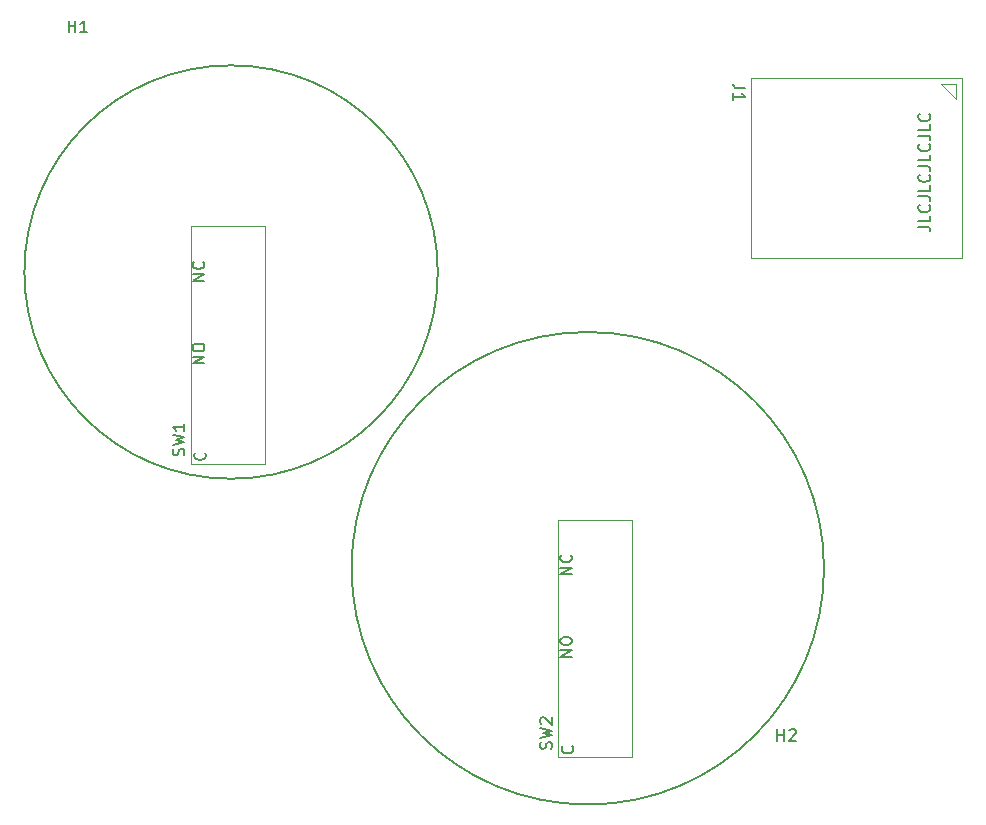
<source format=gbr>
%TF.GenerationSoftware,KiCad,Pcbnew,(7.0.0)*%
%TF.CreationDate,2023-02-23T17:38:32-05:00*%
%TF.ProjectId,TeamButton,5465616d-4275-4747-946f-6e2e6b696361,rev?*%
%TF.SameCoordinates,Original*%
%TF.FileFunction,Legend,Top*%
%TF.FilePolarity,Positive*%
%FSLAX46Y46*%
G04 Gerber Fmt 4.6, Leading zero omitted, Abs format (unit mm)*
G04 Created by KiCad (PCBNEW (7.0.0)) date 2023-02-23 17:38:32*
%MOMM*%
%LPD*%
G01*
G04 APERTURE LIST*
%ADD10C,0.150000*%
%ADD11C,0.120000*%
%ADD12C,0.100000*%
G04 APERTURE END LIST*
D10*
X143190000Y-92390000D02*
G75*
G03*
X143190000Y-92390000I-20000000J0D01*
G01*
X110490000Y-67310000D02*
G75*
G03*
X110490000Y-67310000I-17500000J0D01*
G01*
X151182380Y-63484190D02*
X151896666Y-63484190D01*
X151896666Y-63484190D02*
X152039523Y-63531809D01*
X152039523Y-63531809D02*
X152134761Y-63627047D01*
X152134761Y-63627047D02*
X152182380Y-63769904D01*
X152182380Y-63769904D02*
X152182380Y-63865142D01*
X152182380Y-62531809D02*
X152182380Y-63007999D01*
X152182380Y-63007999D02*
X151182380Y-63007999D01*
X152087142Y-61627047D02*
X152134761Y-61674666D01*
X152134761Y-61674666D02*
X152182380Y-61817523D01*
X152182380Y-61817523D02*
X152182380Y-61912761D01*
X152182380Y-61912761D02*
X152134761Y-62055618D01*
X152134761Y-62055618D02*
X152039523Y-62150856D01*
X152039523Y-62150856D02*
X151944285Y-62198475D01*
X151944285Y-62198475D02*
X151753809Y-62246094D01*
X151753809Y-62246094D02*
X151610952Y-62246094D01*
X151610952Y-62246094D02*
X151420476Y-62198475D01*
X151420476Y-62198475D02*
X151325238Y-62150856D01*
X151325238Y-62150856D02*
X151230000Y-62055618D01*
X151230000Y-62055618D02*
X151182380Y-61912761D01*
X151182380Y-61912761D02*
X151182380Y-61817523D01*
X151182380Y-61817523D02*
X151230000Y-61674666D01*
X151230000Y-61674666D02*
X151277619Y-61627047D01*
X151182380Y-60912761D02*
X151896666Y-60912761D01*
X151896666Y-60912761D02*
X152039523Y-60960380D01*
X152039523Y-60960380D02*
X152134761Y-61055618D01*
X152134761Y-61055618D02*
X152182380Y-61198475D01*
X152182380Y-61198475D02*
X152182380Y-61293713D01*
X152182380Y-59960380D02*
X152182380Y-60436570D01*
X152182380Y-60436570D02*
X151182380Y-60436570D01*
X152087142Y-59055618D02*
X152134761Y-59103237D01*
X152134761Y-59103237D02*
X152182380Y-59246094D01*
X152182380Y-59246094D02*
X152182380Y-59341332D01*
X152182380Y-59341332D02*
X152134761Y-59484189D01*
X152134761Y-59484189D02*
X152039523Y-59579427D01*
X152039523Y-59579427D02*
X151944285Y-59627046D01*
X151944285Y-59627046D02*
X151753809Y-59674665D01*
X151753809Y-59674665D02*
X151610952Y-59674665D01*
X151610952Y-59674665D02*
X151420476Y-59627046D01*
X151420476Y-59627046D02*
X151325238Y-59579427D01*
X151325238Y-59579427D02*
X151230000Y-59484189D01*
X151230000Y-59484189D02*
X151182380Y-59341332D01*
X151182380Y-59341332D02*
X151182380Y-59246094D01*
X151182380Y-59246094D02*
X151230000Y-59103237D01*
X151230000Y-59103237D02*
X151277619Y-59055618D01*
X151182380Y-58341332D02*
X151896666Y-58341332D01*
X151896666Y-58341332D02*
X152039523Y-58388951D01*
X152039523Y-58388951D02*
X152134761Y-58484189D01*
X152134761Y-58484189D02*
X152182380Y-58627046D01*
X152182380Y-58627046D02*
X152182380Y-58722284D01*
X152182380Y-57388951D02*
X152182380Y-57865141D01*
X152182380Y-57865141D02*
X151182380Y-57865141D01*
X152087142Y-56484189D02*
X152134761Y-56531808D01*
X152134761Y-56531808D02*
X152182380Y-56674665D01*
X152182380Y-56674665D02*
X152182380Y-56769903D01*
X152182380Y-56769903D02*
X152134761Y-56912760D01*
X152134761Y-56912760D02*
X152039523Y-57007998D01*
X152039523Y-57007998D02*
X151944285Y-57055617D01*
X151944285Y-57055617D02*
X151753809Y-57103236D01*
X151753809Y-57103236D02*
X151610952Y-57103236D01*
X151610952Y-57103236D02*
X151420476Y-57055617D01*
X151420476Y-57055617D02*
X151325238Y-57007998D01*
X151325238Y-57007998D02*
X151230000Y-56912760D01*
X151230000Y-56912760D02*
X151182380Y-56769903D01*
X151182380Y-56769903D02*
X151182380Y-56674665D01*
X151182380Y-56674665D02*
X151230000Y-56531808D01*
X151230000Y-56531808D02*
X151277619Y-56484189D01*
X151182380Y-55769903D02*
X151896666Y-55769903D01*
X151896666Y-55769903D02*
X152039523Y-55817522D01*
X152039523Y-55817522D02*
X152134761Y-55912760D01*
X152134761Y-55912760D02*
X152182380Y-56055617D01*
X152182380Y-56055617D02*
X152182380Y-56150855D01*
X152182380Y-54817522D02*
X152182380Y-55293712D01*
X152182380Y-55293712D02*
X151182380Y-55293712D01*
X152087142Y-53912760D02*
X152134761Y-53960379D01*
X152134761Y-53960379D02*
X152182380Y-54103236D01*
X152182380Y-54103236D02*
X152182380Y-54198474D01*
X152182380Y-54198474D02*
X152134761Y-54341331D01*
X152134761Y-54341331D02*
X152039523Y-54436569D01*
X152039523Y-54436569D02*
X151944285Y-54484188D01*
X151944285Y-54484188D02*
X151753809Y-54531807D01*
X151753809Y-54531807D02*
X151610952Y-54531807D01*
X151610952Y-54531807D02*
X151420476Y-54484188D01*
X151420476Y-54484188D02*
X151325238Y-54436569D01*
X151325238Y-54436569D02*
X151230000Y-54341331D01*
X151230000Y-54341331D02*
X151182380Y-54198474D01*
X151182380Y-54198474D02*
X151182380Y-54103236D01*
X151182380Y-54103236D02*
X151230000Y-53960379D01*
X151230000Y-53960379D02*
X151277619Y-53912760D01*
%TO.C,J1*%
X136522619Y-51736666D02*
X135808333Y-51736666D01*
X135808333Y-51736666D02*
X135665476Y-51689047D01*
X135665476Y-51689047D02*
X135570238Y-51593809D01*
X135570238Y-51593809D02*
X135522619Y-51450952D01*
X135522619Y-51450952D02*
X135522619Y-51355714D01*
X135522619Y-52736666D02*
X135522619Y-52165238D01*
X135522619Y-52450952D02*
X136522619Y-52450952D01*
X136522619Y-52450952D02*
X136379761Y-52355714D01*
X136379761Y-52355714D02*
X136284523Y-52260476D01*
X136284523Y-52260476D02*
X136236904Y-52165238D01*
%TO.C,H2*%
X139238095Y-107017380D02*
X139238095Y-106017380D01*
X139238095Y-106493571D02*
X139809523Y-106493571D01*
X139809523Y-107017380D02*
X139809523Y-106017380D01*
X140238095Y-106112619D02*
X140285714Y-106065000D01*
X140285714Y-106065000D02*
X140380952Y-106017380D01*
X140380952Y-106017380D02*
X140619047Y-106017380D01*
X140619047Y-106017380D02*
X140714285Y-106065000D01*
X140714285Y-106065000D02*
X140761904Y-106112619D01*
X140761904Y-106112619D02*
X140809523Y-106207857D01*
X140809523Y-106207857D02*
X140809523Y-106303095D01*
X140809523Y-106303095D02*
X140761904Y-106445952D01*
X140761904Y-106445952D02*
X140190476Y-107017380D01*
X140190476Y-107017380D02*
X140809523Y-107017380D01*
%TO.C,SW1*%
X88990761Y-82831332D02*
X89038380Y-82688475D01*
X89038380Y-82688475D02*
X89038380Y-82450380D01*
X89038380Y-82450380D02*
X88990761Y-82355142D01*
X88990761Y-82355142D02*
X88943142Y-82307523D01*
X88943142Y-82307523D02*
X88847904Y-82259904D01*
X88847904Y-82259904D02*
X88752666Y-82259904D01*
X88752666Y-82259904D02*
X88657428Y-82307523D01*
X88657428Y-82307523D02*
X88609809Y-82355142D01*
X88609809Y-82355142D02*
X88562190Y-82450380D01*
X88562190Y-82450380D02*
X88514571Y-82640856D01*
X88514571Y-82640856D02*
X88466952Y-82736094D01*
X88466952Y-82736094D02*
X88419333Y-82783713D01*
X88419333Y-82783713D02*
X88324095Y-82831332D01*
X88324095Y-82831332D02*
X88228857Y-82831332D01*
X88228857Y-82831332D02*
X88133619Y-82783713D01*
X88133619Y-82783713D02*
X88086000Y-82736094D01*
X88086000Y-82736094D02*
X88038380Y-82640856D01*
X88038380Y-82640856D02*
X88038380Y-82402761D01*
X88038380Y-82402761D02*
X88086000Y-82259904D01*
X88038380Y-81926570D02*
X89038380Y-81688475D01*
X89038380Y-81688475D02*
X88324095Y-81497999D01*
X88324095Y-81497999D02*
X89038380Y-81307523D01*
X89038380Y-81307523D02*
X88038380Y-81069428D01*
X89038380Y-80164666D02*
X89038380Y-80736094D01*
X89038380Y-80450380D02*
X88038380Y-80450380D01*
X88038380Y-80450380D02*
X88181238Y-80545618D01*
X88181238Y-80545618D02*
X88276476Y-80640856D01*
X88276476Y-80640856D02*
X88324095Y-80736094D01*
X90739380Y-75036904D02*
X89739380Y-75036904D01*
X89739380Y-75036904D02*
X90739380Y-74465476D01*
X90739380Y-74465476D02*
X89739380Y-74465476D01*
X89739380Y-73798809D02*
X89739380Y-73608333D01*
X89739380Y-73608333D02*
X89787000Y-73513095D01*
X89787000Y-73513095D02*
X89882238Y-73417857D01*
X89882238Y-73417857D02*
X90072714Y-73370238D01*
X90072714Y-73370238D02*
X90406047Y-73370238D01*
X90406047Y-73370238D02*
X90596523Y-73417857D01*
X90596523Y-73417857D02*
X90691761Y-73513095D01*
X90691761Y-73513095D02*
X90739380Y-73608333D01*
X90739380Y-73608333D02*
X90739380Y-73798809D01*
X90739380Y-73798809D02*
X90691761Y-73894047D01*
X90691761Y-73894047D02*
X90596523Y-73989285D01*
X90596523Y-73989285D02*
X90406047Y-74036904D01*
X90406047Y-74036904D02*
X90072714Y-74036904D01*
X90072714Y-74036904D02*
X89882238Y-73989285D01*
X89882238Y-73989285D02*
X89787000Y-73894047D01*
X89787000Y-73894047D02*
X89739380Y-73798809D01*
X90771142Y-82593476D02*
X90818761Y-82641095D01*
X90818761Y-82641095D02*
X90866380Y-82783952D01*
X90866380Y-82783952D02*
X90866380Y-82879190D01*
X90866380Y-82879190D02*
X90818761Y-83022047D01*
X90818761Y-83022047D02*
X90723523Y-83117285D01*
X90723523Y-83117285D02*
X90628285Y-83164904D01*
X90628285Y-83164904D02*
X90437809Y-83212523D01*
X90437809Y-83212523D02*
X90294952Y-83212523D01*
X90294952Y-83212523D02*
X90104476Y-83164904D01*
X90104476Y-83164904D02*
X90009238Y-83117285D01*
X90009238Y-83117285D02*
X89914000Y-83022047D01*
X89914000Y-83022047D02*
X89866380Y-82879190D01*
X89866380Y-82879190D02*
X89866380Y-82783952D01*
X89866380Y-82783952D02*
X89914000Y-82641095D01*
X89914000Y-82641095D02*
X89961619Y-82593476D01*
X90739380Y-68051904D02*
X89739380Y-68051904D01*
X89739380Y-68051904D02*
X90739380Y-67480476D01*
X90739380Y-67480476D02*
X89739380Y-67480476D01*
X90644142Y-66432857D02*
X90691761Y-66480476D01*
X90691761Y-66480476D02*
X90739380Y-66623333D01*
X90739380Y-66623333D02*
X90739380Y-66718571D01*
X90739380Y-66718571D02*
X90691761Y-66861428D01*
X90691761Y-66861428D02*
X90596523Y-66956666D01*
X90596523Y-66956666D02*
X90501285Y-67004285D01*
X90501285Y-67004285D02*
X90310809Y-67051904D01*
X90310809Y-67051904D02*
X90167952Y-67051904D01*
X90167952Y-67051904D02*
X89977476Y-67004285D01*
X89977476Y-67004285D02*
X89882238Y-66956666D01*
X89882238Y-66956666D02*
X89787000Y-66861428D01*
X89787000Y-66861428D02*
X89739380Y-66718571D01*
X89739380Y-66718571D02*
X89739380Y-66623333D01*
X89739380Y-66623333D02*
X89787000Y-66480476D01*
X89787000Y-66480476D02*
X89834619Y-66432857D01*
%TO.C,SW2*%
X120105761Y-107681332D02*
X120153380Y-107538475D01*
X120153380Y-107538475D02*
X120153380Y-107300380D01*
X120153380Y-107300380D02*
X120105761Y-107205142D01*
X120105761Y-107205142D02*
X120058142Y-107157523D01*
X120058142Y-107157523D02*
X119962904Y-107109904D01*
X119962904Y-107109904D02*
X119867666Y-107109904D01*
X119867666Y-107109904D02*
X119772428Y-107157523D01*
X119772428Y-107157523D02*
X119724809Y-107205142D01*
X119724809Y-107205142D02*
X119677190Y-107300380D01*
X119677190Y-107300380D02*
X119629571Y-107490856D01*
X119629571Y-107490856D02*
X119581952Y-107586094D01*
X119581952Y-107586094D02*
X119534333Y-107633713D01*
X119534333Y-107633713D02*
X119439095Y-107681332D01*
X119439095Y-107681332D02*
X119343857Y-107681332D01*
X119343857Y-107681332D02*
X119248619Y-107633713D01*
X119248619Y-107633713D02*
X119201000Y-107586094D01*
X119201000Y-107586094D02*
X119153380Y-107490856D01*
X119153380Y-107490856D02*
X119153380Y-107252761D01*
X119153380Y-107252761D02*
X119201000Y-107109904D01*
X119153380Y-106776570D02*
X120153380Y-106538475D01*
X120153380Y-106538475D02*
X119439095Y-106347999D01*
X119439095Y-106347999D02*
X120153380Y-106157523D01*
X120153380Y-106157523D02*
X119153380Y-105919428D01*
X119248619Y-105586094D02*
X119201000Y-105538475D01*
X119201000Y-105538475D02*
X119153380Y-105443237D01*
X119153380Y-105443237D02*
X119153380Y-105205142D01*
X119153380Y-105205142D02*
X119201000Y-105109904D01*
X119201000Y-105109904D02*
X119248619Y-105062285D01*
X119248619Y-105062285D02*
X119343857Y-105014666D01*
X119343857Y-105014666D02*
X119439095Y-105014666D01*
X119439095Y-105014666D02*
X119581952Y-105062285D01*
X119581952Y-105062285D02*
X120153380Y-105633713D01*
X120153380Y-105633713D02*
X120153380Y-105014666D01*
X121886142Y-107443476D02*
X121933761Y-107491095D01*
X121933761Y-107491095D02*
X121981380Y-107633952D01*
X121981380Y-107633952D02*
X121981380Y-107729190D01*
X121981380Y-107729190D02*
X121933761Y-107872047D01*
X121933761Y-107872047D02*
X121838523Y-107967285D01*
X121838523Y-107967285D02*
X121743285Y-108014904D01*
X121743285Y-108014904D02*
X121552809Y-108062523D01*
X121552809Y-108062523D02*
X121409952Y-108062523D01*
X121409952Y-108062523D02*
X121219476Y-108014904D01*
X121219476Y-108014904D02*
X121124238Y-107967285D01*
X121124238Y-107967285D02*
X121029000Y-107872047D01*
X121029000Y-107872047D02*
X120981380Y-107729190D01*
X120981380Y-107729190D02*
X120981380Y-107633952D01*
X120981380Y-107633952D02*
X121029000Y-107491095D01*
X121029000Y-107491095D02*
X121076619Y-107443476D01*
X121854380Y-92901904D02*
X120854380Y-92901904D01*
X120854380Y-92901904D02*
X121854380Y-92330476D01*
X121854380Y-92330476D02*
X120854380Y-92330476D01*
X121759142Y-91282857D02*
X121806761Y-91330476D01*
X121806761Y-91330476D02*
X121854380Y-91473333D01*
X121854380Y-91473333D02*
X121854380Y-91568571D01*
X121854380Y-91568571D02*
X121806761Y-91711428D01*
X121806761Y-91711428D02*
X121711523Y-91806666D01*
X121711523Y-91806666D02*
X121616285Y-91854285D01*
X121616285Y-91854285D02*
X121425809Y-91901904D01*
X121425809Y-91901904D02*
X121282952Y-91901904D01*
X121282952Y-91901904D02*
X121092476Y-91854285D01*
X121092476Y-91854285D02*
X120997238Y-91806666D01*
X120997238Y-91806666D02*
X120902000Y-91711428D01*
X120902000Y-91711428D02*
X120854380Y-91568571D01*
X120854380Y-91568571D02*
X120854380Y-91473333D01*
X120854380Y-91473333D02*
X120902000Y-91330476D01*
X120902000Y-91330476D02*
X120949619Y-91282857D01*
X121854380Y-99886904D02*
X120854380Y-99886904D01*
X120854380Y-99886904D02*
X121854380Y-99315476D01*
X121854380Y-99315476D02*
X120854380Y-99315476D01*
X120854380Y-98648809D02*
X120854380Y-98458333D01*
X120854380Y-98458333D02*
X120902000Y-98363095D01*
X120902000Y-98363095D02*
X120997238Y-98267857D01*
X120997238Y-98267857D02*
X121187714Y-98220238D01*
X121187714Y-98220238D02*
X121521047Y-98220238D01*
X121521047Y-98220238D02*
X121711523Y-98267857D01*
X121711523Y-98267857D02*
X121806761Y-98363095D01*
X121806761Y-98363095D02*
X121854380Y-98458333D01*
X121854380Y-98458333D02*
X121854380Y-98648809D01*
X121854380Y-98648809D02*
X121806761Y-98744047D01*
X121806761Y-98744047D02*
X121711523Y-98839285D01*
X121711523Y-98839285D02*
X121521047Y-98886904D01*
X121521047Y-98886904D02*
X121187714Y-98886904D01*
X121187714Y-98886904D02*
X120997238Y-98839285D01*
X120997238Y-98839285D02*
X120902000Y-98744047D01*
X120902000Y-98744047D02*
X120854380Y-98648809D01*
%TO.C,H1*%
X79238095Y-47017380D02*
X79238095Y-46017380D01*
X79238095Y-46493571D02*
X79809523Y-46493571D01*
X79809523Y-47017380D02*
X79809523Y-46017380D01*
X80809523Y-47017380D02*
X80238095Y-47017380D01*
X80523809Y-47017380D02*
X80523809Y-46017380D01*
X80523809Y-46017380D02*
X80428571Y-46160238D01*
X80428571Y-46160238D02*
X80333333Y-46255476D01*
X80333333Y-46255476D02*
X80238095Y-46303095D01*
D11*
%TO.C,J1*%
X154392000Y-51428000D02*
X153122000Y-51428000D01*
X154392000Y-51428000D02*
X154392000Y-52698000D01*
X153122000Y-51428000D02*
X154392000Y-51428000D01*
X154392000Y-52698000D02*
X153122000Y-51428000D01*
D12*
X154900000Y-50920000D02*
X137000000Y-50920000D01*
X137000000Y-50920000D02*
X137000000Y-66120000D01*
X137000000Y-66120000D02*
X154900000Y-66120000D01*
X154900000Y-66120000D02*
X154900000Y-50920000D01*
D11*
%TO.C,SW1*%
X89560000Y-83530000D02*
X95860000Y-83530000D01*
X95860000Y-83530000D02*
X95860000Y-63430000D01*
X95860000Y-63430000D02*
X89560000Y-63430000D01*
X89560000Y-63430000D02*
X89560000Y-83530000D01*
%TO.C,SW2*%
X120675000Y-108380000D02*
X126975000Y-108380000D01*
X126975000Y-108380000D02*
X126975000Y-88280000D01*
X126975000Y-88280000D02*
X120675000Y-88280000D01*
X120675000Y-88280000D02*
X120675000Y-108380000D01*
%TD*%
M02*

</source>
